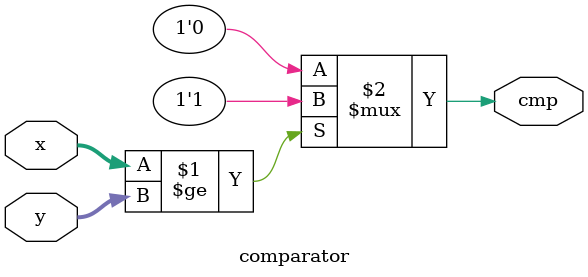
<source format=v>
module comparator(cmp, x, y);
parameter WIDTH = 15;
input [WIDTH-1:0] x;
input [WIDTH-1:0] y;
output cmp;

assign cmp = (x >= y) ? 1'b1 : 1'b0;

endmodule

</source>
